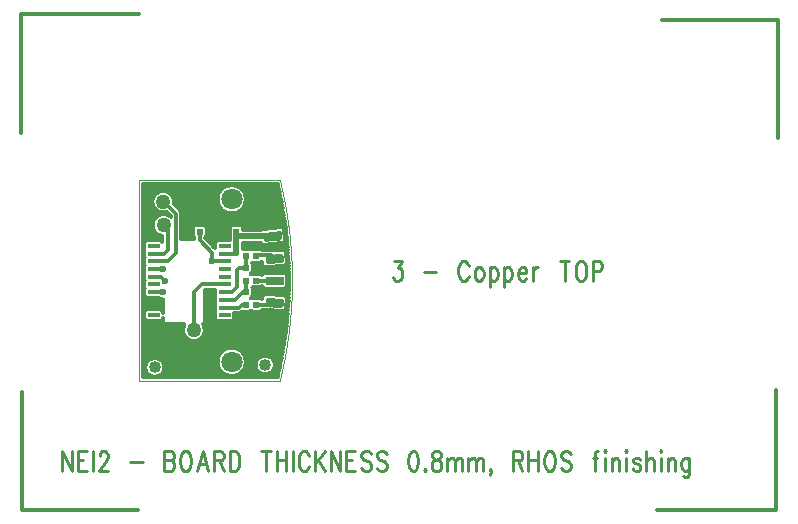
<source format=gbr>
*
*
G04 PADS 9.3 Build Number: 433611 generated Gerber (RS-274-X) file*
G04 PC Version=2.1*
*
%IN "NEI2_2.pcb"*%
*
%MOIN*%
*
%FSLAX35Y35*%
*
*
*
*
G04 PC Standard Apertures*
*
*
G04 Thermal Relief Aperture macro.*
%AMTER*
1,1,$1,0,0*
1,0,$1-$2,0,0*
21,0,$3,$4,0,0,45*
21,0,$3,$4,0,0,135*
%
*
*
G04 Annular Aperture macro.*
%AMANN*
1,1,$1,0,0*
1,0,$2,0,0*
%
*
*
G04 Odd Aperture macro.*
%AMODD*
1,1,$1,0,0*
1,0,$1-0.005,0,0*
%
*
*
G04 PC Custom Aperture Macros*
*
*
*
*
*
*
G04 PC Aperture Table*
*
%ADD010C,0.00394*%
%ADD016C,0.01*%
%ADD019R,0.06X0.03*%
%ADD028C,0.001*%
%ADD037C,0.01181*%
%ADD045C,0.012*%
%ADD046C,0.01969*%
%ADD047C,0.02362*%
%ADD059R,0.03937X0.01496*%
%ADD060C,0.04*%
%ADD061C,0.07087*%
%ADD062R,0.02165X0.02165*%
%ADD063C,0.05*%
%ADD064C,0.01181*%
*
*
*
*
G04 PC Circuitry*
G04 Layer Name NEI2_2.pcb - circuitry*
%LPD*%
*
*
G04 PC Custom Flashes*
G04 Layer Name NEI2_2.pcb - flashes*
%LPD*%
*
*
G04 PC Circuitry*
G04 Layer Name NEI2_2.pcb - circuitry*
%LPD*%
*
G54D10*
G01X40157Y110433D02*
X87125D01*
X87111Y43450D02*
G75*
G03Y110487I-135443J33519D01*
G01X87125Y43504D02*
X40157D01*
Y110433*
G54D16*
X82078Y90528D02*
X87051Y91050D01*
X86842Y93039*
X81869Y92517*
X82078Y90528*
X82032Y90969D02*
X86272D01*
X81927Y91969D02*
X86954D01*
X86167Y92969D02*
X86849D01*
X82504Y90572D02*
Y92584D01*
X83504Y90678D02*
Y92689D01*
X84504Y90783D02*
Y92794D01*
X85504Y90888D02*
Y92899D01*
X86504Y90993D02*
Y93004D01*
X82598Y83257D02*
X87591Y83518D01*
X87486Y85516*
X82493Y85254*
X82598Y83257*
X82560Y83969D02*
X87567D01*
X82508Y84969D02*
X87515D01*
X82504Y85047D02*
Y85255D01*
X83504Y83304D02*
Y85307D01*
X84504Y83357D02*
Y85359D01*
X85504Y83409D02*
Y85412D01*
X86504Y83461D02*
Y85464D01*
X87504Y83514D02*
Y85178D01*
X82493Y68683D02*
X87486Y68421D01*
X87591Y70419*
X82598Y70680*
X82493Y68683*
X87486Y68421D02*
X87486D01*
X82532Y69421D02*
X87539D01*
X82584Y70421D02*
X87539D01*
X82504Y68682D02*
Y68890D01*
X83504Y68630D02*
Y70633D01*
X84504Y68578D02*
Y70580D01*
X85504Y68525D02*
Y70528D01*
X86504Y68473D02*
Y70476D01*
X87504Y68759D02*
Y70423D01*
X81869Y61420D02*
X86842Y60898D01*
X87051Y62887*
X82078Y63409*
X81869Y61420*
X86842Y60898D02*
X86842D01*
X81919Y61898D02*
X86947D01*
X82024Y62898D02*
X86946D01*
X82504Y61354D02*
Y63365D01*
X83504Y61248D02*
Y63259D01*
X84504Y61143D02*
Y63154D01*
X85504Y61038D02*
Y63049D01*
X86504Y60933D02*
Y62944D01*
X125061Y83531D02*
X127561D01*
X126197Y81031*
X126879*
X127334Y80719*
X127561Y80406*
X127788Y79469*
Y78844*
X127561Y77906*
X127106Y77281*
X126424Y76969*
X125743*
X125061Y77281*
X124834Y77594*
X124606Y78219*
X135061Y79781D02*
X139152D01*
X149834Y81969D02*
X149606Y82594D01*
X149152Y83219*
X148697Y83531*
X147788*
X147334Y83219*
X146879Y82594*
X146652Y81969*
X146424Y81031*
Y79469*
X146652Y78531*
X146879Y77906*
X147334Y77281*
X147788Y76969*
X148697*
X149152Y77281*
X149606Y77906*
X149834Y78531*
X153015Y81344D02*
X152561Y81031D01*
X152106Y80406*
X151879Y79469*
Y78844*
X152106Y77906*
X152561Y77281*
X153015Y76969*
X153697*
X154152Y77281*
X154606Y77906*
X154834Y78844*
Y79469*
X154606Y80406*
X154152Y81031*
X153697Y81344*
X153015*
X156879D02*
Y74781D01*
Y80406D02*
X157334Y81031D01*
X157788Y81344*
X158470*
X158924Y81031*
X159379Y80406*
X159606Y79469*
Y78844*
X159379Y77906*
X158924Y77281*
X158470Y76969*
X157788*
X157334Y77281*
X156879Y77906*
X161652Y81344D02*
Y74781D01*
Y80406D02*
X162106Y81031D01*
X162561Y81344*
X163243*
X163697Y81031*
X164152Y80406*
X164379Y79469*
Y78844*
X164152Y77906*
X163697Y77281*
X163243Y76969*
X162561*
X162106Y77281*
X161652Y77906*
X166424Y79469D02*
X169152D01*
Y80094*
X168924Y80719*
X168697Y81031*
X168243Y81344*
X167561*
X167106Y81031*
X166652Y80406*
X166424Y79469*
Y78844*
X166652Y77906*
X167106Y77281*
X167561Y76969*
X168243*
X168697Y77281*
X169152Y77906*
X171197Y81344D02*
Y76969D01*
Y79469D02*
X171424Y80406D01*
X171879Y81031*
X172334Y81344*
X173015*
X181879Y83531D02*
Y76969D01*
X180288Y83531D02*
X183470D01*
X186879D02*
X186424Y83219D01*
X185970Y82594*
X185743Y81969*
X185515Y81031*
Y79469*
X185743Y78531*
X185970Y77906*
X186424Y77281*
X186879Y76969*
X187788*
X188243Y77281*
X188697Y77906*
X188924Y78531*
X189152Y79469*
Y81031*
X188924Y81969*
X188697Y82594*
X188243Y83219*
X187788Y83531*
X186879*
X191197D02*
Y76969D01*
Y83531D02*
X193243D01*
X193924Y83219*
X194152Y82906*
X194379Y82281*
Y81344*
X194152Y80719*
X193924Y80406*
X193243Y80094*
X191197*
X14370Y20145D02*
Y13583D01*
Y20145D02*
X17552Y13583D01*
Y20145D02*
Y13583D01*
X19597Y20145D02*
Y13583D01*
Y20145D02*
X22552D01*
X19597Y17020D02*
X21416D01*
X19597Y13583D02*
X22552D01*
X24597Y20145D02*
Y13583D01*
X26870Y18583D02*
Y18895D01*
X27097Y19520*
X27325Y19833*
X27779Y20145*
X28688*
X29143Y19833*
X29370Y19520*
X29597Y18895*
Y18270*
X29370Y17645*
X28916Y16708*
X26643Y13583*
X29825*
X37097Y16395D02*
X41188D01*
X48461Y20145D02*
Y13583D01*
Y20145D02*
X50506D01*
X51188Y19833*
X51416Y19520*
X51643Y18895*
Y18270*
X51416Y17645*
X51188Y17333*
X50506Y17020*
X48461D02*
X50506D01*
X51188Y16708*
X51416Y16395*
X51643Y15770*
Y14833*
X51416Y14208*
X51188Y13895*
X50506Y13583*
X48461*
X55052Y20145D02*
X54597Y19833D01*
X54143Y19208*
X53916Y18583*
X53688Y17645*
Y16083*
X53916Y15145*
X54143Y14520*
X54597Y13895*
X55052Y13583*
X55961*
X56416Y13895*
X56870Y14520*
X57097Y15145*
X57325Y16083*
Y17645*
X57097Y18583*
X56870Y19208*
X56416Y19833*
X55961Y20145*
X55052*
X61188D02*
X59370Y13583D01*
X61188Y20145D02*
X63006Y13583D01*
X60052Y15770D02*
X62325D01*
X65052Y20145D02*
Y13583D01*
Y20145D02*
X67097D01*
X67779Y19833*
X68006Y19520*
X68234Y18895*
Y18270*
X68006Y17645*
X67779Y17333*
X67097Y17020*
X65052*
X66643D02*
X68234Y13583D01*
X70279Y20145D02*
Y13583D01*
Y20145D02*
X71870D01*
X72552Y19833*
X73006Y19208*
X73234Y18583*
X73461Y17645*
Y16083*
X73234Y15145*
X73006Y14520*
X72552Y13895*
X71870Y13583*
X70279*
X82325Y20145D02*
Y13583D01*
X80734Y20145D02*
X83916D01*
X85961D02*
Y13583D01*
X89143Y20145D02*
Y13583D01*
X85961Y17020D02*
X89143D01*
X91188Y20145D02*
Y13583D01*
X96643Y18583D02*
X96416Y19208D01*
X95961Y19833*
X95506Y20145*
X94597*
X94143Y19833*
X93688Y19208*
X93461Y18583*
X93234Y17645*
Y16083*
X93461Y15145*
X93688Y14520*
X94143Y13895*
X94597Y13583*
X95506*
X95961Y13895*
X96416Y14520*
X96643Y15145*
X98688Y20145D02*
Y13583D01*
X101870Y20145D02*
X98688Y15770D01*
X99825Y17333D02*
X101870Y13583D01*
X103916Y20145D02*
Y13583D01*
Y20145D02*
X107097Y13583D01*
Y20145D02*
Y13583D01*
X109143Y20145D02*
Y13583D01*
Y20145D02*
X112097D01*
X109143Y17020D02*
X110961D01*
X109143Y13583D02*
X112097D01*
X117325Y19208D02*
X116870Y19833D01*
X116188Y20145*
X115279*
X114597Y19833*
X114143Y19208*
Y18583*
X114370Y17958*
X114597Y17645*
X115052Y17333*
X116416Y16708*
X116870Y16395*
X117097Y16083*
X117325Y15458*
Y14520*
X116870Y13895*
X116188Y13583*
X115279*
X114597Y13895*
X114143Y14520*
X122552Y19208D02*
X122097Y19833D01*
X121416Y20145*
X120506*
X119825Y19833*
X119370Y19208*
Y18583*
X119597Y17958*
X119825Y17645*
X120279Y17333*
X121643Y16708*
X122097Y16395*
X122325Y16083*
X122552Y15458*
Y14520*
X122097Y13895*
X121416Y13583*
X120506*
X119825Y13895*
X119370Y14520*
X131188Y20145D02*
X130506Y19833D01*
X130052Y18895*
X129825Y17333*
Y16395*
X130052Y14833*
X130506Y13895*
X131188Y13583*
X131643*
X132325Y13895*
X132779Y14833*
X133006Y16395*
Y17333*
X132779Y18895*
X132325Y19833*
X131643Y20145*
X131188*
X135279Y14208D02*
X135052Y13895D01*
X135279Y13583*
X135506Y13895*
X135279Y14208*
X138688Y20145D02*
X138006Y19833D01*
X137779Y19208*
Y18583*
X138006Y17958*
X138461Y17645*
X139370Y17333*
X140052Y17020*
X140506Y16395*
X140734Y15770*
Y14833*
X140506Y14208*
X140279Y13895*
X139597Y13583*
X138688*
X138006Y13895*
X137779Y14208*
X137552Y14833*
Y15770*
X137779Y16395*
X138234Y17020*
X138916Y17333*
X139825Y17645*
X140279Y17958*
X140506Y18583*
Y19208*
X140279Y19833*
X139597Y20145*
X138688*
X142779Y17958D02*
Y13583D01*
Y16708D02*
X143461Y17645D01*
X143916Y17958*
X144597*
X145052Y17645*
X145279Y16708*
Y13583*
Y16708D02*
X145961Y17645D01*
X146416Y17958*
X147097*
X147552Y17645*
X147779Y16708*
Y13583*
X149825Y17958D02*
Y13583D01*
Y16708D02*
X150506Y17645D01*
X150961Y17958*
X151643*
X152097Y17645*
X152325Y16708*
Y13583*
Y16708D02*
X153006Y17645D01*
X153461Y17958*
X154143*
X154597Y17645*
X154825Y16708*
Y13583*
X157325Y13895D02*
X157097Y13583D01*
X156870Y13895*
X157097Y14208*
X157325Y13895*
Y13270*
X157097Y12645*
X156870Y12333*
X164597Y20145D02*
Y13583D01*
Y20145D02*
X166643D01*
X167325Y19833*
X167552Y19520*
X167779Y18895*
Y18270*
X167552Y17645*
X167325Y17333*
X166643Y17020*
X164597*
X166188D02*
X167779Y13583D01*
X169825Y20145D02*
Y13583D01*
X173006Y20145D02*
Y13583D01*
X169825Y17020D02*
X173006D01*
X176416Y20145D02*
X175961Y19833D01*
X175506Y19208*
X175279Y18583*
X175052Y17645*
Y16083*
X175279Y15145*
X175506Y14520*
X175961Y13895*
X176416Y13583*
X177325*
X177779Y13895*
X178234Y14520*
X178461Y15145*
X178688Y16083*
Y17645*
X178461Y18583*
X178234Y19208*
X177779Y19833*
X177325Y20145*
X176416*
X183916Y19208D02*
X183461Y19833D01*
X182779Y20145*
X181870*
X181188Y19833*
X180734Y19208*
Y18583*
X180961Y17958*
X181188Y17645*
X181643Y17333*
X183006Y16708*
X183461Y16395*
X183688Y16083*
X183916Y15458*
Y14520*
X183461Y13895*
X182779Y13583*
X181870*
X181188Y13895*
X180734Y14520*
X193006Y20145D02*
X192552D01*
X192097Y19833*
X191870Y18895*
Y13583*
X191188Y17958D02*
X192779D01*
X195052Y20145D02*
X195279Y19833D01*
X195506Y20145*
X195279Y20458*
X195052Y20145*
X195279Y17958D02*
Y13583D01*
X197552Y17958D02*
Y13583D01*
Y16708D02*
X198234Y17645D01*
X198688Y17958*
X199370*
X199825Y17645*
X200052Y16708*
Y13583*
X202097Y20145D02*
X202325Y19833D01*
X202552Y20145*
X202325Y20458*
X202097Y20145*
X202325Y17958D02*
Y13583D01*
X207097Y17020D02*
X206870Y17645D01*
X206188Y17958*
X205506*
X204825Y17645*
X204597Y17020*
X204825Y16395*
X205279Y16083*
X206416Y15770*
X206870Y15458*
X207097Y14833*
Y14520*
X206870Y13895*
X206188Y13583*
X205506*
X204825Y13895*
X204597Y14520*
X209143Y20145D02*
Y13583D01*
Y16708D02*
X209825Y17645D01*
X210279Y17958*
X210961*
X211416Y17645*
X211643Y16708*
Y13583*
X213688Y20145D02*
X213916Y19833D01*
X214143Y20145*
X213916Y20458*
X213688Y20145*
X213916Y17958D02*
Y13583D01*
X216188Y17958D02*
Y13583D01*
Y16708D02*
X216870Y17645D01*
X217325Y17958*
X218006*
X218461Y17645*
X218688Y16708*
Y13583*
X223461Y17958D02*
Y12958D01*
X223234Y12020*
X223006Y11708*
X222552Y11395*
X221870*
X221416Y11708*
X223461Y17020D02*
X223006Y17645D01*
X222552Y17958*
X221870*
X221416Y17645*
X220961Y17020*
X220734Y16083*
Y15458*
X220961Y14520*
X221416Y13895*
X221870Y13583*
X222552*
X223006Y13895*
X223461Y14520*
G54D19*
X85236Y76969D03*
G54D28*
G54D37*
X85277Y48819D02*
G03X85277I-3190J0D01*
G01X75628Y49891D02*
G03X75628I-4734J0D01*
G01Y104046D02*
G03X75628I-4734J0D01*
G01X48466Y48031D02*
G03X48466I-3190J0D01*
G01X86189Y44695D02*
G03Y109242I-134521J32274D01*
G01X86189D02*
X41348D01*
X41348D02*
Y44695D01*
X86189*
X85277Y48819D02*
G03X85277I-3190J0D01*
G01X75628Y49891D02*
G03X75628I-4734J0D01*
G01X89427Y78469D02*
Y75469D01*
X88236Y74278D02*
G03X89427Y75469I0J1191D01*
G01X88236Y74278D02*
X82236D01*
X81106Y75094D02*
G03X82236Y74278I1130J375D01*
G01X80217Y74695D02*
G03X81106Y75094I-0J1191D01*
G01X80217Y74695D02*
X78051D01*
X77790Y74724D02*
G03X78051Y74695I261J1162D01*
G01X77864Y74311D02*
G03X77790Y74724I-1191J0D01*
G01X77864Y74311D02*
Y72146D01*
X77168Y71063D02*
G03X77864Y72146I-495J1083D01*
G01X77362Y70951D02*
G03X77168Y71063I-689J-971D01*
G01X78051Y71171D02*
G03X77362Y70951I0J-1191D01*
G01X78051Y71171D02*
X80217D01*
X80919Y70942D02*
G03X80217Y71171I-702J-962D01*
G01X80919Y70942D02*
X80936Y71268D01*
X82187Y72395D02*
G03X80936Y71268I-62J-1189D01*
G01X82187Y72395D02*
X88179Y72081D01*
X89305Y70829D02*
G03X88179Y72081I-1189J63D01*
G01X89305Y70829D02*
X89148Y67834D01*
X87897Y66707D02*
G03X89148Y67834I62J1189D01*
G01X87897Y66707D02*
X81905Y67021D01*
X81519Y67107D02*
G03X81905Y67021I449J1103D01*
G01X81519Y67107D02*
X81174D01*
X80217Y66624D02*
G03X81174Y67107I-0J1191D01*
G01X80217Y66624D02*
X78051D01*
X77362Y66844D02*
G03X78051Y66624I689J971D01*
G01X76673D02*
G03X77362Y66844I0J1191D01*
G01X76673Y66624D02*
X74581D01*
X73425Y66202D02*
G03X74581Y66624I0J1790D01*
G01X73425Y66202D02*
X71663D01*
Y66181D02*
G03Y66202I-1191J0D01*
G01Y66181D02*
Y64685D01*
X70472Y63494D02*
G03X71663Y64685I0J1191D01*
G01X70472Y63494D02*
X66535D01*
X65345Y64685D02*
G03X66535Y63494I1190J0D01*
G01X65345Y64685D02*
Y66181D01*
X65470Y66713D02*
G03X65345Y66181I1065J-532D01*
G01Y67244D02*
G03X65470Y66713I1190J0D01*
G01X65345Y67244D02*
Y68740D01*
X65470Y69272D02*
G03X65345Y68740I1065J-532D01*
G01Y69803D02*
G03X65470Y69272I1190J0D01*
G01X65345Y69803D02*
Y71299D01*
X65470Y71831D02*
G03X65345Y71299I1065J-532D01*
G01Y72362D02*
G03X65470Y71831I1190J0D01*
G01X65345Y72362D02*
Y73858D01*
X65353Y73997D02*
G03X65345Y73858I1182J-139D01*
G01X65353Y73997D02*
X62008D01*
Y62992*
X61417Y62402D02*
G03X62008Y62992I0J590D01*
G01X61417Y62402D02*
X61389D01*
X55146D02*
G03X61389I3122J-1969D01*
G01X55146D02*
X48622D01*
X48031Y62992D02*
G03X48622Y62402I591J0D01*
G01X48031Y62992D02*
Y64535D01*
X46850Y63494D02*
G03X48031Y64535I0J1191D01*
G01X46850Y63494D02*
X42913D01*
X41723Y64685D02*
G03X42913Y63494I1190J0D01*
G01X41723Y64685D02*
Y66181D01*
X42913Y67372D02*
G03X41723Y66181I0J-1191D01*
G01X42913Y67372D02*
X46850D01*
X48031Y66331D02*
G03X46850Y67372I-1181J-150D01*
G01X48031Y66331D02*
Y70660D01*
X46560Y71172D02*
G03X48031Y70660I1471J1859D01*
G01X46560Y71172D02*
X42913D01*
X41723Y72362D02*
G03X42913Y71172I1190J0D01*
G01X41723Y72362D02*
Y73858D01*
X41848Y74390D02*
G03X41723Y73858I1065J-532D01*
G01Y74921D02*
G03X41848Y74390I1190J0D01*
G01X41723Y74921D02*
Y76417D01*
X41848Y76949D02*
G03X41723Y76417I1065J-532D01*
G01Y77480D02*
G03X41848Y76949I1190J0D01*
G01X41723Y77480D02*
Y78976D01*
X41848Y79508D02*
G03X41723Y78976I1065J-532D01*
G01Y80039D02*
G03X41848Y79508I1190J0D01*
G01X41723Y80039D02*
Y81535D01*
X41848Y82067D02*
G03X41723Y81535I1065J-532D01*
G01Y82598D02*
G03X41848Y82067I1190J0D01*
G01X41723Y82598D02*
Y84094D01*
X41848Y84626D02*
G03X41723Y84094I1065J-532D01*
G01Y85157D02*
G03X41848Y84626I1190J0D01*
G01X41723Y85157D02*
Y86654D01*
X41848Y87185D02*
G03X41723Y86654I1065J-531D01*
G01Y87717D02*
G03X41848Y87185I1190J-0D01*
G01X41723Y87717D02*
Y89213D01*
X42913Y90403D02*
G03X41723Y89213I0J-1190D01*
G01X42913Y90403D02*
X46850D01*
X47816Y89909D02*
G03X46850Y90403I-966J-696D01*
G01X47816Y89909D02*
Y91755D01*
X50572Y98245D02*
G03X47816Y91755I-2384J-2818D01*
G01X50572Y98245D02*
Y98471D01*
X49283Y99760*
X51665Y102442D02*
G03X49283Y99760I-3602J801D01*
G01X51665Y102442D02*
X53628Y100479D01*
X54153Y99213D02*
G03X53628Y100479I-1791J-0D01*
G01X54153Y99213D02*
Y90748D01*
X58446*
Y91267*
X57963Y92224D02*
G03X58446Y91267I1191J0D01*
G01X57963Y92224D02*
Y94390D01*
X59154Y95580D02*
G03X57963Y94390I-0J-1190D01*
G01X59154Y95580D02*
X61319D01*
X62509Y94390D02*
G03X61319Y95580I-1190J-0D01*
G01X62509Y94390D02*
Y92224D01*
X62027Y91267D02*
G03X62509Y92224I-708J957D01*
G01X62027Y91267D02*
Y91096D01*
X65345Y87778*
Y89213*
X66535Y90403D02*
G03X65345Y89213I0J-1190D01*
G01X66535Y90403D02*
X70266D01*
Y91750*
X70168Y92224D02*
G03X70266Y91750I1190J0D01*
G01X70168Y92224D02*
Y94390D01*
X71358Y95580D02*
G03X70168Y94390I0J-1190D01*
G01X71358Y95580D02*
X73524D01*
X74714Y94390D02*
G03X73524Y95580I-1190J-0D01*
G01X74714Y94390D02*
Y93958D01*
X80668*
X81195Y94146D02*
G03X80668Y93958I124J-1184D01*
G01X81195Y94146D02*
X87162Y94773D01*
X88471Y93713D02*
G03X87162Y94773I-1184J-124D01*
G01X88471Y93713D02*
X88784Y90730D01*
X87725Y89421D02*
G03X88784Y90730I-125J1184D01*
G01X87725Y89421D02*
X81757Y88794D01*
X80501Y89609D02*
G03X81757Y88794I1132J369D01*
G01X80501Y89609D02*
X74616D01*
Y87509*
X76673*
X77362Y87290D02*
G03X76673Y87509I-689J-971D01*
G01X78051D02*
G03X77362Y87290I0J-1190D01*
G01X78051Y87509D02*
X80217D01*
X80990Y87224D02*
G03X80217Y87509I-773J-905D01*
G01X80990Y87224D02*
X84052D01*
X84785Y87067D02*
G03X84052Y87224I-733J-1634D01*
G01X84785Y87067D02*
X87897Y87230D01*
X89148Y86103D02*
G03X87897Y87230I-1189J-62D01*
G01X89148Y86103D02*
X89305Y83108D01*
X88179Y81856D02*
G03X89305Y83108I-63J1189D01*
G01X88179Y81856D02*
X82187Y81542D01*
X80936Y82669D02*
G03X82187Y81542I1189J62D01*
G01X80936Y82669D02*
X80909Y83185D01*
X80217Y82963D02*
G03X80909Y83185I-0J1191D01*
G01X80217Y82963D02*
X78051D01*
X77676Y83024D02*
G03X78051Y82963I375J1130D01*
G01X77864Y82382D02*
G03X77676Y83024I-1191J-0D01*
G01X77864Y82382D02*
Y80217D01*
X77168Y79134D02*
G03X77864Y80217I-495J1083D01*
G01X77362Y79022D02*
G03X77168Y79134I-689J-971D01*
G01X78051Y79242D02*
G03X77362Y79022I0J-1191D01*
G01X78051Y79242D02*
X80217D01*
X81106Y78843D02*
G03X80217Y79242I-889J-792D01*
G01X82236Y79659D02*
G03X81106Y78843I0J-1190D01*
G01X82236Y79659D02*
X88236D01*
X89427Y78469D02*
G03X88236Y79659I-1191J-0D01*
G01X75628Y104046D02*
G03X75628I-4734J0D01*
G01X48466Y48031D02*
G03X48466I-3190J0D01*
G01X89427Y76613D02*
X90006D01*
X89427Y77676D02*
X90005D01*
X89427Y75550D02*
X89999D01*
X89396Y78739D02*
X89995D01*
X88910Y74487D02*
X89984D01*
X77789Y79802D02*
X89978D01*
X77864Y73424D02*
X89961D01*
X77864Y80865D02*
X89952D01*
X82832Y72361D02*
X89930D01*
X88527Y81928D02*
X89918D01*
X89236Y71298D02*
X89890D01*
X89306Y82991D02*
X89875D01*
X89274Y70235D02*
X89843D01*
X89256Y84054D02*
X89825D01*
X89218Y69172D02*
X89787D01*
X89200Y85117D02*
X89766D01*
X89163Y68109D02*
X89723D01*
X89142Y86180D02*
X89700D01*
X88793Y67046D02*
X89650D01*
X80967Y87243D02*
X89625D01*
X71663Y65983D02*
X89570D01*
X74616Y88306D02*
X89541D01*
X71663Y64920D02*
X89481D01*
X87225Y89369D02*
X89450D01*
X71328Y63857D02*
X89384D01*
X88778Y90432D02*
X89350D01*
X61974Y62794D02*
X89279D01*
X88704Y91495D02*
X89242D01*
X61723Y61731D02*
X89165D01*
X88592Y92558D02*
X89125D01*
X61951Y60668D02*
X89043D01*
X88480Y93621D02*
X89001D01*
X61864Y59605D02*
X88913D01*
X87754Y94684D02*
X88868D01*
X61437Y58542D02*
X88774D01*
X54153Y95747D02*
X88726D01*
X60480Y57479D02*
X88627D01*
X54153Y96810D02*
X88576D01*
X41348Y56416D02*
X88471D01*
X54153Y97873D02*
X88418D01*
X41348Y55353D02*
X88307D01*
X54153Y98936D02*
X88251D01*
X72643Y54290D02*
X88135D01*
X73349Y99999D02*
X88076D01*
X74253Y53227D02*
X87954D01*
X74569Y101062D02*
X87892D01*
X75047Y52164D02*
X87765D01*
X75221Y102125D02*
X87700D01*
X84316Y51101D02*
X87567D01*
X75550Y103188D02*
X87499D01*
X85035Y50038D02*
X87360D01*
X75624Y104251D02*
X87290D01*
X85273Y48975D02*
X87145D01*
X75455Y105314D02*
X87072D01*
X85146Y47912D02*
X86921D01*
X75015Y106377D02*
X86845D01*
X84597Y46849D02*
X86688D01*
X74195Y107440D02*
X86609D01*
X83077Y45786D02*
X86446D01*
X72491Y108503D02*
X86365D01*
X74677Y94684D02*
X86313D01*
X41348Y44723D02*
X86196D01*
X77864Y72361D02*
X81836D01*
X81125Y67046D02*
X81717D01*
X77851Y74487D02*
X81563D01*
X77864Y81928D02*
X81246D01*
X73252Y45786D02*
X81096D01*
X77509Y71298D02*
X80938D01*
X80473Y82991D02*
X80919D01*
X74616Y89369D02*
X80610D01*
X75471Y51101D02*
X79857D01*
X74521Y46849D02*
X79577D01*
X75626Y50038D02*
X79138D01*
X75195Y47912D02*
X79028D01*
X75539Y48975D02*
X78900D01*
X77696Y82991D02*
X77795D01*
X62260Y91495D02*
X70266D01*
X62691Y90432D02*
X70266D01*
X62473Y94684D02*
X70205D01*
X62509Y93621D02*
X70168D01*
X62509Y92558D02*
X70168D01*
X41348Y108503D02*
X69298D01*
X41348Y54290D02*
X69146D01*
X47542Y45786D02*
X68536D01*
X53971Y99999D02*
X68439D01*
X41348Y107440D02*
X67594D01*
X41348Y53227D02*
X67536D01*
X48239Y46849D02*
X67267D01*
X53045Y101062D02*
X67220D01*
X50012Y106377D02*
X66774D01*
X41348Y52164D02*
X66742D01*
X48464Y47912D02*
X66594D01*
X51982Y102125D02*
X66568D01*
X51118Y105314D02*
X66333D01*
X46146Y51101D02*
X66318D01*
X48323Y48975D02*
X66250D01*
X51753Y103188D02*
X66239D01*
X51613Y104251D02*
X66165D01*
X47756Y50038D02*
X66163D01*
X62008Y63857D02*
X65680D01*
X62008Y69172D02*
X65426D01*
X62008Y67046D02*
X65361D01*
X63754Y89369D02*
X65355D01*
X64817Y88306D02*
X65345D01*
X62008Y73424D02*
X65345D01*
X62008Y72361D02*
X65345D01*
X62008Y71298D02*
X65345D01*
X62008Y70235D02*
X65345D01*
X62008Y68109D02*
X65345D01*
X62008Y65983D02*
X65345D01*
X62008Y64920D02*
X65345D01*
X54153Y91495D02*
X58213D01*
X54153Y94684D02*
X58000D01*
X54153Y93621D02*
X57963D01*
X54153Y92558D02*
X57963D01*
X41348Y57479D02*
X56056D01*
X41348Y58542D02*
X55098D01*
X41348Y61731D02*
X54813D01*
X41348Y59605D02*
X54671D01*
X41348Y60668D02*
X54585D01*
X49333Y98936D02*
X50107D01*
X41348Y62794D02*
X48066D01*
X41348Y70235D02*
X48031D01*
X41348Y69172D02*
X48031D01*
X41348Y68109D02*
X48031D01*
X47669Y67046D02*
X48031D01*
X47706Y63857D02*
X48031D01*
X41348Y91495D02*
X47816D01*
X41348Y90432D02*
X47816D01*
X41348Y98936D02*
X47043D01*
X41348Y99999D02*
X46303D01*
X41348Y106377D02*
X46114D01*
X41348Y92558D02*
X45867D01*
X41348Y97873D02*
X45424D01*
X41348Y101062D02*
X45086D01*
X41348Y105314D02*
X45008D01*
X41348Y93621D02*
X44970D01*
X41348Y96810D02*
X44766D01*
X41348Y94684D02*
X44573D01*
X41348Y102125D02*
X44546D01*
X41348Y104251D02*
X44513D01*
X41348Y95747D02*
X44512D01*
X41348Y51101D02*
X44405D01*
X41348Y103188D02*
X44373D01*
X41348Y45786D02*
X43009D01*
X41348Y50038D02*
X42795D01*
X41348Y71298D02*
X42380D01*
X41348Y46849D02*
X42312D01*
X41348Y48975D02*
X42228D01*
X41348Y67046D02*
X42095D01*
X41348Y47912D02*
X42087D01*
X41348Y63857D02*
X42058D01*
X41348Y87243D02*
X41821D01*
X41348Y74487D02*
X41805D01*
X41348Y81928D02*
X41789D01*
X41348Y79802D02*
X41747D01*
X41348Y76613D02*
X41739D01*
X41348Y89369D02*
X41733D01*
X41348Y85117D02*
X41724D01*
X41348Y88306D02*
X41723D01*
X41348Y86180D02*
X41723D01*
X41348Y84054D02*
X41723D01*
X41348Y82991D02*
X41723D01*
X41348Y80865D02*
X41723D01*
X41348Y78739D02*
X41723D01*
X41348Y77676D02*
X41723D01*
X41348Y75550D02*
X41723D01*
X41348Y73424D02*
X41723D01*
X41348Y72361D02*
X41723D01*
X41348Y65983D02*
X41723D01*
X41348Y64920D02*
X41723D01*
X591Y126181D02*
Y165551D01*
Y165945D02*
X39961D01*
X214370Y163976D02*
X252953D01*
Y124606*
X984Y39961D02*
Y591D01*
X39567*
X252165Y40354D02*
Y591D01*
X212795*
G54D45*
X58268Y60433D02*
Y73031D01*
X61024Y75787*
X68386*
X68504Y75669*
X44882Y73110D02*
X47953D01*
X48031Y73031*
X68504Y73110D02*
X71063D01*
X72638Y74685*
Y80512*
X73425Y81299*
X75591*
X68504Y70551D02*
X72047D01*
X74724Y73228*
X75591*
X68504Y67992D02*
X73425D01*
X74331Y68898*
X75591*
X79134D02*
X85042D01*
Y69551*
X44882Y78228D02*
X47362D01*
X48819Y76772*
X44882Y80787D02*
X47953D01*
X48031Y80709*
X44882Y83346D02*
X49606D01*
X52362Y86102*
Y99213*
X75591Y76969D02*
Y73228D01*
X79134Y76969D02*
X85236D01*
X44882Y85906D02*
X48425D01*
X49606Y87087*
Y92717*
X64370Y83465D02*
X64488Y83346D01*
X68504*
X63780Y93307D02*
X68898D01*
X60236D02*
Y90354D01*
X64370Y86220*
Y83465*
X75591Y85236D02*
Y81299D01*
X68504Y85906D02*
X72323D01*
X72441Y86024*
X79134Y85236D02*
X79331Y85433D01*
X84052*
X84297Y85188*
Y85179*
X85042Y84386*
X48188Y95427D02*
X49606Y94009D01*
Y92717*
X48063Y103243D02*
X48332D01*
X52362Y99213*
G54D46*
X72441Y93307D02*
Y91784D01*
X84460*
X72441Y86024D02*
Y91784D01*
G54D47*
X54134Y49409D03*
X77953Y61220D03*
X48031Y73031D03*
X77953Y65157D03*
X48031Y80709D03*
X48819Y76772D03*
X64370Y83465D03*
X72441Y86024D03*
X57677Y96260D03*
X84252Y101969D03*
G54D59*
X44882Y88465D03*
Y85906D03*
Y83346D03*
Y80787D03*
Y78228D03*
Y75669D03*
Y73110D03*
Y70551D03*
Y67992D03*
Y65433D03*
X68504D03*
Y67992D03*
Y70551D03*
Y73110D03*
Y75669D03*
Y78228D03*
Y80787D03*
Y83346D03*
Y85906D03*
Y88465D03*
G54D60*
X82087Y48819D03*
X45276Y48031D03*
G54D61*
X70894Y104046D03*
Y49891D03*
G54D62*
X72441Y93307D03*
X68898D03*
X60236D03*
X63780D03*
X75591Y81299D03*
X79134D03*
X75591Y73228D03*
X79134D03*
X75591Y85236D03*
X79134D03*
X75591Y76969D03*
X79134D03*
X75591Y68898D03*
X79134D03*
G54D63*
X48063Y103243D03*
X48188Y95427D03*
X58268Y60433D03*
G54D64*
X44882Y67992D02*
Y70551D01*
G74*
X0Y0D02*
M02*

</source>
